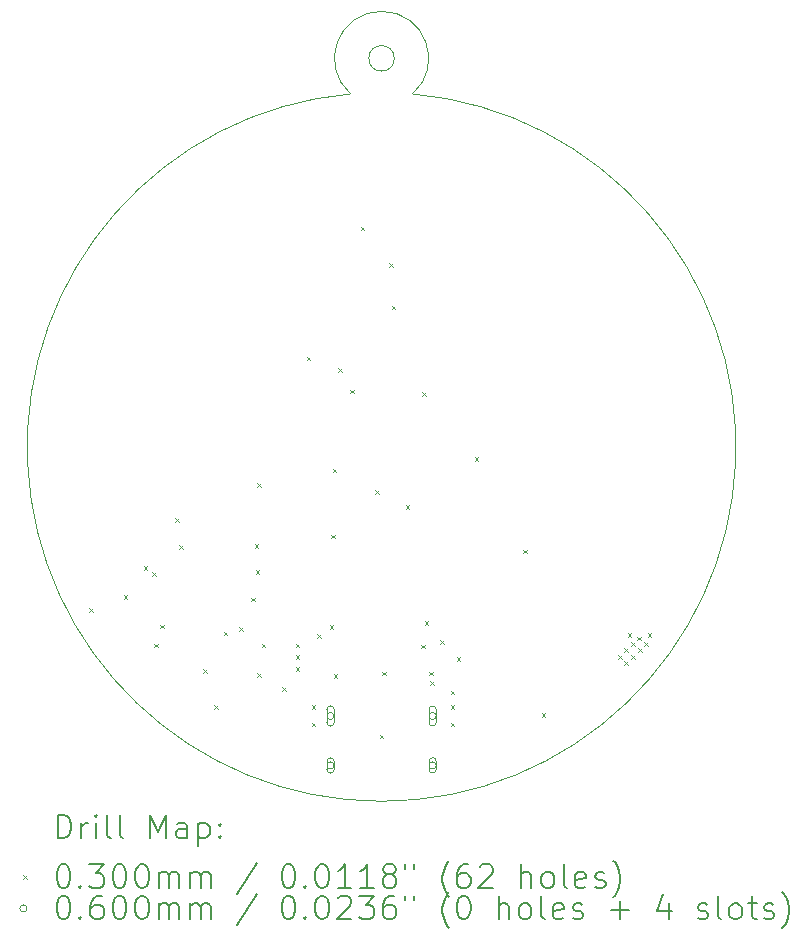
<source format=gbr>
%TF.GenerationSoftware,KiCad,Pcbnew,9.0.5*%
%TF.CreationDate,2025-11-30T01:12:24+01:00*%
%TF.ProjectId,xmasCrystalBall,786d6173-4372-4797-9374-616c42616c6c,rev?*%
%TF.SameCoordinates,Original*%
%TF.FileFunction,Drillmap*%
%TF.FilePolarity,Positive*%
%FSLAX45Y45*%
G04 Gerber Fmt 4.5, Leading zero omitted, Abs format (unit mm)*
G04 Created by KiCad (PCBNEW 9.0.5) date 2025-11-30 01:12:24*
%MOMM*%
%LPD*%
G01*
G04 APERTURE LIST*
%ADD10C,0.050000*%
%ADD11C,0.200000*%
%ADD12C,0.100000*%
G04 APERTURE END LIST*
D10*
X14646467Y-6581420D02*
G75*
G02*
X14123533Y-6581420I-261467J-2988581D01*
G01*
X14123533Y-6581420D02*
G75*
G02*
X14646467Y-6581420I261467J301420D01*
G01*
X14493166Y-6280000D02*
G75*
G02*
X14276833Y-6280000I-108167J0D01*
G01*
X14276833Y-6280000D02*
G75*
G02*
X14493166Y-6280000I108167J0D01*
G01*
D11*
D12*
X11910000Y-10935000D02*
X11940000Y-10965000D01*
X11940000Y-10935000D02*
X11910000Y-10965000D01*
X12200000Y-10825000D02*
X12230000Y-10855000D01*
X12230000Y-10825000D02*
X12200000Y-10855000D01*
X12370000Y-10580000D02*
X12400000Y-10610000D01*
X12400000Y-10580000D02*
X12370000Y-10610000D01*
X12445000Y-10630000D02*
X12475000Y-10660000D01*
X12475000Y-10630000D02*
X12445000Y-10660000D01*
X12460000Y-11235000D02*
X12490000Y-11265000D01*
X12490000Y-11235000D02*
X12460000Y-11265000D01*
X12510000Y-11075000D02*
X12540000Y-11105000D01*
X12540000Y-11075000D02*
X12510000Y-11105000D01*
X12640000Y-10175000D02*
X12670000Y-10205000D01*
X12670000Y-10175000D02*
X12640000Y-10205000D01*
X12670000Y-10400190D02*
X12700000Y-10430190D01*
X12700000Y-10400190D02*
X12670000Y-10430190D01*
X12875000Y-11450000D02*
X12905000Y-11480000D01*
X12905000Y-11450000D02*
X12875000Y-11480000D01*
X12970000Y-11755000D02*
X13000000Y-11785000D01*
X13000000Y-11755000D02*
X12970000Y-11785000D01*
X13050000Y-11135000D02*
X13080000Y-11165000D01*
X13080000Y-11135000D02*
X13050000Y-11165000D01*
X13180000Y-11095000D02*
X13210000Y-11125000D01*
X13210000Y-11095000D02*
X13180000Y-11125000D01*
X13280000Y-10845000D02*
X13310000Y-10875000D01*
X13310000Y-10845000D02*
X13280000Y-10875000D01*
X13310000Y-10395000D02*
X13340000Y-10425000D01*
X13340000Y-10395000D02*
X13310000Y-10425000D01*
X13320000Y-10613336D02*
X13350000Y-10643336D01*
X13350000Y-10613336D02*
X13320000Y-10643336D01*
X13330000Y-9875000D02*
X13360000Y-9905000D01*
X13360000Y-9875000D02*
X13330000Y-9905000D01*
X13330000Y-11485300D02*
X13360000Y-11515300D01*
X13360000Y-11485300D02*
X13330000Y-11515300D01*
X13370000Y-11235000D02*
X13400000Y-11265000D01*
X13400000Y-11235000D02*
X13370000Y-11265000D01*
X13545000Y-11605000D02*
X13575000Y-11635000D01*
X13575000Y-11605000D02*
X13545000Y-11635000D01*
X13660000Y-11235000D02*
X13690000Y-11265000D01*
X13690000Y-11235000D02*
X13660000Y-11265000D01*
X13660000Y-11335000D02*
X13690000Y-11365000D01*
X13690000Y-11335000D02*
X13660000Y-11365000D01*
X13660000Y-11435000D02*
X13690000Y-11465000D01*
X13690000Y-11435000D02*
X13660000Y-11465000D01*
X13750000Y-8805000D02*
X13780000Y-8835000D01*
X13780000Y-8805000D02*
X13750000Y-8835000D01*
X13795000Y-11755000D02*
X13825000Y-11785000D01*
X13825000Y-11755000D02*
X13795000Y-11785000D01*
X13795000Y-11905000D02*
X13825000Y-11935000D01*
X13825000Y-11905000D02*
X13795000Y-11935000D01*
X13840000Y-11155000D02*
X13870000Y-11185000D01*
X13870000Y-11155000D02*
X13840000Y-11185000D01*
X13945000Y-11080000D02*
X13975000Y-11110000D01*
X13975000Y-11080000D02*
X13945000Y-11110000D01*
X13960000Y-10315000D02*
X13990000Y-10345000D01*
X13990000Y-10315000D02*
X13960000Y-10345000D01*
X13969748Y-9755000D02*
X13999748Y-9785000D01*
X13999748Y-9755000D02*
X13969748Y-9785000D01*
X13980000Y-11495000D02*
X14010000Y-11525000D01*
X14010000Y-11495000D02*
X13980000Y-11525000D01*
X14020000Y-8905000D02*
X14050000Y-8935000D01*
X14050000Y-8905000D02*
X14020000Y-8935000D01*
X14119461Y-9085933D02*
X14149461Y-9115933D01*
X14149461Y-9085933D02*
X14119461Y-9115933D01*
X14210000Y-7705000D02*
X14240000Y-7735000D01*
X14240000Y-7705000D02*
X14210000Y-7735000D01*
X14330000Y-9935000D02*
X14360000Y-9965000D01*
X14360000Y-9935000D02*
X14330000Y-9965000D01*
X14370000Y-12005000D02*
X14400000Y-12035000D01*
X14400000Y-12005000D02*
X14370000Y-12035000D01*
X14390000Y-11475000D02*
X14420000Y-11505000D01*
X14420000Y-11475000D02*
X14390000Y-11505000D01*
X14450000Y-8015000D02*
X14480000Y-8045000D01*
X14480000Y-8015000D02*
X14450000Y-8045000D01*
X14470000Y-8375000D02*
X14500000Y-8405000D01*
X14500000Y-8375000D02*
X14470000Y-8405000D01*
X14587573Y-10062574D02*
X14617573Y-10092574D01*
X14617573Y-10062574D02*
X14587573Y-10092574D01*
X14719050Y-11244050D02*
X14749050Y-11274050D01*
X14749050Y-11244050D02*
X14719050Y-11274050D01*
X14730000Y-9105000D02*
X14760000Y-9135000D01*
X14760000Y-9105000D02*
X14730000Y-9135000D01*
X14750000Y-11045000D02*
X14780000Y-11075000D01*
X14780000Y-11045000D02*
X14750000Y-11075000D01*
X14790000Y-11475000D02*
X14820000Y-11505000D01*
X14820000Y-11475000D02*
X14790000Y-11505000D01*
X14795000Y-11555000D02*
X14825000Y-11585000D01*
X14825000Y-11555000D02*
X14795000Y-11585000D01*
X14880000Y-11205000D02*
X14910000Y-11235000D01*
X14910000Y-11205000D02*
X14880000Y-11235000D01*
X14970000Y-11635000D02*
X15000000Y-11665000D01*
X15000000Y-11635000D02*
X14970000Y-11665000D01*
X14970000Y-11755000D02*
X15000000Y-11785000D01*
X15000000Y-11755000D02*
X14970000Y-11785000D01*
X14970000Y-11905000D02*
X15000000Y-11935000D01*
X15000000Y-11905000D02*
X14970000Y-11935000D01*
X15020000Y-11350000D02*
X15050000Y-11380000D01*
X15050000Y-11350000D02*
X15020000Y-11380000D01*
X15172254Y-9657179D02*
X15202254Y-9687179D01*
X15202254Y-9657179D02*
X15172254Y-9687179D01*
X15585552Y-10441400D02*
X15615552Y-10471400D01*
X15615552Y-10441400D02*
X15585552Y-10471400D01*
X15740000Y-11825000D02*
X15770000Y-11855000D01*
X15770000Y-11825000D02*
X15740000Y-11855000D01*
X16390000Y-11335000D02*
X16420000Y-11365000D01*
X16420000Y-11335000D02*
X16390000Y-11365000D01*
X16440000Y-11275000D02*
X16470000Y-11305000D01*
X16470000Y-11275000D02*
X16440000Y-11305000D01*
X16440000Y-11385000D02*
X16470000Y-11415000D01*
X16470000Y-11385000D02*
X16440000Y-11415000D01*
X16470000Y-11145000D02*
X16500000Y-11175000D01*
X16500000Y-11145000D02*
X16470000Y-11175000D01*
X16500000Y-11225000D02*
X16530000Y-11255000D01*
X16530000Y-11225000D02*
X16500000Y-11255000D01*
X16500000Y-11335000D02*
X16530000Y-11365000D01*
X16530000Y-11335000D02*
X16500000Y-11365000D01*
X16550000Y-11175000D02*
X16580000Y-11205000D01*
X16580000Y-11175000D02*
X16550000Y-11205000D01*
X16560000Y-11275000D02*
X16590000Y-11305000D01*
X16590000Y-11275000D02*
X16560000Y-11305000D01*
X16610000Y-11225000D02*
X16640000Y-11255000D01*
X16640000Y-11225000D02*
X16610000Y-11255000D01*
X16640000Y-11145000D02*
X16670000Y-11175000D01*
X16670000Y-11145000D02*
X16640000Y-11175000D01*
X13982500Y-11848000D02*
G75*
G02*
X13922500Y-11848000I-30000J0D01*
G01*
X13922500Y-11848000D02*
G75*
G02*
X13982500Y-11848000I30000J0D01*
G01*
X13982500Y-11903000D02*
X13982500Y-11793000D01*
X13922500Y-11793000D02*
G75*
G02*
X13982500Y-11793000I30000J0D01*
G01*
X13922500Y-11793000D02*
X13922500Y-11903000D01*
X13922500Y-11903000D02*
G75*
G03*
X13982500Y-11903000I30000J0D01*
G01*
X13982500Y-12266000D02*
G75*
G02*
X13922500Y-12266000I-30000J0D01*
G01*
X13922500Y-12266000D02*
G75*
G02*
X13982500Y-12266000I30000J0D01*
G01*
X13982500Y-12301000D02*
X13982500Y-12231000D01*
X13922500Y-12231000D02*
G75*
G02*
X13982500Y-12231000I30000J0D01*
G01*
X13922500Y-12231000D02*
X13922500Y-12301000D01*
X13922500Y-12301000D02*
G75*
G03*
X13982500Y-12301000I30000J0D01*
G01*
X14847500Y-11848000D02*
G75*
G02*
X14787500Y-11848000I-30000J0D01*
G01*
X14787500Y-11848000D02*
G75*
G02*
X14847500Y-11848000I30000J0D01*
G01*
X14847500Y-11903000D02*
X14847500Y-11793000D01*
X14787500Y-11793000D02*
G75*
G02*
X14847500Y-11793000I30000J0D01*
G01*
X14787500Y-11793000D02*
X14787500Y-11903000D01*
X14787500Y-11903000D02*
G75*
G03*
X14847500Y-11903000I30000J0D01*
G01*
X14847500Y-12266000D02*
G75*
G02*
X14787500Y-12266000I-30000J0D01*
G01*
X14787500Y-12266000D02*
G75*
G02*
X14847500Y-12266000I30000J0D01*
G01*
X14847500Y-12301000D02*
X14847500Y-12231000D01*
X14787500Y-12231000D02*
G75*
G02*
X14847500Y-12231000I30000J0D01*
G01*
X14787500Y-12231000D02*
X14787500Y-12301000D01*
X14787500Y-12301000D02*
G75*
G03*
X14847500Y-12301000I30000J0D01*
G01*
D11*
X11643279Y-12883982D02*
X11643279Y-12683982D01*
X11643279Y-12683982D02*
X11690898Y-12683982D01*
X11690898Y-12683982D02*
X11719470Y-12693506D01*
X11719470Y-12693506D02*
X11738518Y-12712554D01*
X11738518Y-12712554D02*
X11748041Y-12731601D01*
X11748041Y-12731601D02*
X11757565Y-12769697D01*
X11757565Y-12769697D02*
X11757565Y-12798268D01*
X11757565Y-12798268D02*
X11748041Y-12836363D01*
X11748041Y-12836363D02*
X11738518Y-12855411D01*
X11738518Y-12855411D02*
X11719470Y-12874459D01*
X11719470Y-12874459D02*
X11690898Y-12883982D01*
X11690898Y-12883982D02*
X11643279Y-12883982D01*
X11843279Y-12883982D02*
X11843279Y-12750649D01*
X11843279Y-12788744D02*
X11852803Y-12769697D01*
X11852803Y-12769697D02*
X11862327Y-12760173D01*
X11862327Y-12760173D02*
X11881375Y-12750649D01*
X11881375Y-12750649D02*
X11900422Y-12750649D01*
X11967089Y-12883982D02*
X11967089Y-12750649D01*
X11967089Y-12683982D02*
X11957565Y-12693506D01*
X11957565Y-12693506D02*
X11967089Y-12703030D01*
X11967089Y-12703030D02*
X11976613Y-12693506D01*
X11976613Y-12693506D02*
X11967089Y-12683982D01*
X11967089Y-12683982D02*
X11967089Y-12703030D01*
X12090898Y-12883982D02*
X12071851Y-12874459D01*
X12071851Y-12874459D02*
X12062327Y-12855411D01*
X12062327Y-12855411D02*
X12062327Y-12683982D01*
X12195660Y-12883982D02*
X12176613Y-12874459D01*
X12176613Y-12874459D02*
X12167089Y-12855411D01*
X12167089Y-12855411D02*
X12167089Y-12683982D01*
X12424232Y-12883982D02*
X12424232Y-12683982D01*
X12424232Y-12683982D02*
X12490899Y-12826840D01*
X12490899Y-12826840D02*
X12557565Y-12683982D01*
X12557565Y-12683982D02*
X12557565Y-12883982D01*
X12738518Y-12883982D02*
X12738518Y-12779221D01*
X12738518Y-12779221D02*
X12728994Y-12760173D01*
X12728994Y-12760173D02*
X12709946Y-12750649D01*
X12709946Y-12750649D02*
X12671851Y-12750649D01*
X12671851Y-12750649D02*
X12652803Y-12760173D01*
X12738518Y-12874459D02*
X12719470Y-12883982D01*
X12719470Y-12883982D02*
X12671851Y-12883982D01*
X12671851Y-12883982D02*
X12652803Y-12874459D01*
X12652803Y-12874459D02*
X12643279Y-12855411D01*
X12643279Y-12855411D02*
X12643279Y-12836363D01*
X12643279Y-12836363D02*
X12652803Y-12817316D01*
X12652803Y-12817316D02*
X12671851Y-12807792D01*
X12671851Y-12807792D02*
X12719470Y-12807792D01*
X12719470Y-12807792D02*
X12738518Y-12798268D01*
X12833756Y-12750649D02*
X12833756Y-12950649D01*
X12833756Y-12760173D02*
X12852803Y-12750649D01*
X12852803Y-12750649D02*
X12890899Y-12750649D01*
X12890899Y-12750649D02*
X12909946Y-12760173D01*
X12909946Y-12760173D02*
X12919470Y-12769697D01*
X12919470Y-12769697D02*
X12928994Y-12788744D01*
X12928994Y-12788744D02*
X12928994Y-12845887D01*
X12928994Y-12845887D02*
X12919470Y-12864935D01*
X12919470Y-12864935D02*
X12909946Y-12874459D01*
X12909946Y-12874459D02*
X12890899Y-12883982D01*
X12890899Y-12883982D02*
X12852803Y-12883982D01*
X12852803Y-12883982D02*
X12833756Y-12874459D01*
X13014708Y-12864935D02*
X13024232Y-12874459D01*
X13024232Y-12874459D02*
X13014708Y-12883982D01*
X13014708Y-12883982D02*
X13005184Y-12874459D01*
X13005184Y-12874459D02*
X13014708Y-12864935D01*
X13014708Y-12864935D02*
X13014708Y-12883982D01*
X13014708Y-12760173D02*
X13024232Y-12769697D01*
X13024232Y-12769697D02*
X13014708Y-12779221D01*
X13014708Y-12779221D02*
X13005184Y-12769697D01*
X13005184Y-12769697D02*
X13014708Y-12760173D01*
X13014708Y-12760173D02*
X13014708Y-12779221D01*
D12*
X11352503Y-13197499D02*
X11382503Y-13227499D01*
X11382503Y-13197499D02*
X11352503Y-13227499D01*
D11*
X11681375Y-13103982D02*
X11700422Y-13103982D01*
X11700422Y-13103982D02*
X11719470Y-13113506D01*
X11719470Y-13113506D02*
X11728994Y-13123030D01*
X11728994Y-13123030D02*
X11738518Y-13142078D01*
X11738518Y-13142078D02*
X11748041Y-13180173D01*
X11748041Y-13180173D02*
X11748041Y-13227792D01*
X11748041Y-13227792D02*
X11738518Y-13265887D01*
X11738518Y-13265887D02*
X11728994Y-13284935D01*
X11728994Y-13284935D02*
X11719470Y-13294459D01*
X11719470Y-13294459D02*
X11700422Y-13303982D01*
X11700422Y-13303982D02*
X11681375Y-13303982D01*
X11681375Y-13303982D02*
X11662327Y-13294459D01*
X11662327Y-13294459D02*
X11652803Y-13284935D01*
X11652803Y-13284935D02*
X11643279Y-13265887D01*
X11643279Y-13265887D02*
X11633756Y-13227792D01*
X11633756Y-13227792D02*
X11633756Y-13180173D01*
X11633756Y-13180173D02*
X11643279Y-13142078D01*
X11643279Y-13142078D02*
X11652803Y-13123030D01*
X11652803Y-13123030D02*
X11662327Y-13113506D01*
X11662327Y-13113506D02*
X11681375Y-13103982D01*
X11833756Y-13284935D02*
X11843279Y-13294459D01*
X11843279Y-13294459D02*
X11833756Y-13303982D01*
X11833756Y-13303982D02*
X11824232Y-13294459D01*
X11824232Y-13294459D02*
X11833756Y-13284935D01*
X11833756Y-13284935D02*
X11833756Y-13303982D01*
X11909946Y-13103982D02*
X12033756Y-13103982D01*
X12033756Y-13103982D02*
X11967089Y-13180173D01*
X11967089Y-13180173D02*
X11995660Y-13180173D01*
X11995660Y-13180173D02*
X12014708Y-13189697D01*
X12014708Y-13189697D02*
X12024232Y-13199221D01*
X12024232Y-13199221D02*
X12033756Y-13218268D01*
X12033756Y-13218268D02*
X12033756Y-13265887D01*
X12033756Y-13265887D02*
X12024232Y-13284935D01*
X12024232Y-13284935D02*
X12014708Y-13294459D01*
X12014708Y-13294459D02*
X11995660Y-13303982D01*
X11995660Y-13303982D02*
X11938518Y-13303982D01*
X11938518Y-13303982D02*
X11919470Y-13294459D01*
X11919470Y-13294459D02*
X11909946Y-13284935D01*
X12157565Y-13103982D02*
X12176613Y-13103982D01*
X12176613Y-13103982D02*
X12195660Y-13113506D01*
X12195660Y-13113506D02*
X12205184Y-13123030D01*
X12205184Y-13123030D02*
X12214708Y-13142078D01*
X12214708Y-13142078D02*
X12224232Y-13180173D01*
X12224232Y-13180173D02*
X12224232Y-13227792D01*
X12224232Y-13227792D02*
X12214708Y-13265887D01*
X12214708Y-13265887D02*
X12205184Y-13284935D01*
X12205184Y-13284935D02*
X12195660Y-13294459D01*
X12195660Y-13294459D02*
X12176613Y-13303982D01*
X12176613Y-13303982D02*
X12157565Y-13303982D01*
X12157565Y-13303982D02*
X12138518Y-13294459D01*
X12138518Y-13294459D02*
X12128994Y-13284935D01*
X12128994Y-13284935D02*
X12119470Y-13265887D01*
X12119470Y-13265887D02*
X12109946Y-13227792D01*
X12109946Y-13227792D02*
X12109946Y-13180173D01*
X12109946Y-13180173D02*
X12119470Y-13142078D01*
X12119470Y-13142078D02*
X12128994Y-13123030D01*
X12128994Y-13123030D02*
X12138518Y-13113506D01*
X12138518Y-13113506D02*
X12157565Y-13103982D01*
X12348041Y-13103982D02*
X12367089Y-13103982D01*
X12367089Y-13103982D02*
X12386137Y-13113506D01*
X12386137Y-13113506D02*
X12395660Y-13123030D01*
X12395660Y-13123030D02*
X12405184Y-13142078D01*
X12405184Y-13142078D02*
X12414708Y-13180173D01*
X12414708Y-13180173D02*
X12414708Y-13227792D01*
X12414708Y-13227792D02*
X12405184Y-13265887D01*
X12405184Y-13265887D02*
X12395660Y-13284935D01*
X12395660Y-13284935D02*
X12386137Y-13294459D01*
X12386137Y-13294459D02*
X12367089Y-13303982D01*
X12367089Y-13303982D02*
X12348041Y-13303982D01*
X12348041Y-13303982D02*
X12328994Y-13294459D01*
X12328994Y-13294459D02*
X12319470Y-13284935D01*
X12319470Y-13284935D02*
X12309946Y-13265887D01*
X12309946Y-13265887D02*
X12300422Y-13227792D01*
X12300422Y-13227792D02*
X12300422Y-13180173D01*
X12300422Y-13180173D02*
X12309946Y-13142078D01*
X12309946Y-13142078D02*
X12319470Y-13123030D01*
X12319470Y-13123030D02*
X12328994Y-13113506D01*
X12328994Y-13113506D02*
X12348041Y-13103982D01*
X12500422Y-13303982D02*
X12500422Y-13170649D01*
X12500422Y-13189697D02*
X12509946Y-13180173D01*
X12509946Y-13180173D02*
X12528994Y-13170649D01*
X12528994Y-13170649D02*
X12557565Y-13170649D01*
X12557565Y-13170649D02*
X12576613Y-13180173D01*
X12576613Y-13180173D02*
X12586137Y-13199221D01*
X12586137Y-13199221D02*
X12586137Y-13303982D01*
X12586137Y-13199221D02*
X12595660Y-13180173D01*
X12595660Y-13180173D02*
X12614708Y-13170649D01*
X12614708Y-13170649D02*
X12643279Y-13170649D01*
X12643279Y-13170649D02*
X12662327Y-13180173D01*
X12662327Y-13180173D02*
X12671851Y-13199221D01*
X12671851Y-13199221D02*
X12671851Y-13303982D01*
X12767089Y-13303982D02*
X12767089Y-13170649D01*
X12767089Y-13189697D02*
X12776613Y-13180173D01*
X12776613Y-13180173D02*
X12795660Y-13170649D01*
X12795660Y-13170649D02*
X12824232Y-13170649D01*
X12824232Y-13170649D02*
X12843280Y-13180173D01*
X12843280Y-13180173D02*
X12852803Y-13199221D01*
X12852803Y-13199221D02*
X12852803Y-13303982D01*
X12852803Y-13199221D02*
X12862327Y-13180173D01*
X12862327Y-13180173D02*
X12881375Y-13170649D01*
X12881375Y-13170649D02*
X12909946Y-13170649D01*
X12909946Y-13170649D02*
X12928994Y-13180173D01*
X12928994Y-13180173D02*
X12938518Y-13199221D01*
X12938518Y-13199221D02*
X12938518Y-13303982D01*
X13328994Y-13094459D02*
X13157565Y-13351601D01*
X13586137Y-13103982D02*
X13605184Y-13103982D01*
X13605184Y-13103982D02*
X13624232Y-13113506D01*
X13624232Y-13113506D02*
X13633756Y-13123030D01*
X13633756Y-13123030D02*
X13643280Y-13142078D01*
X13643280Y-13142078D02*
X13652803Y-13180173D01*
X13652803Y-13180173D02*
X13652803Y-13227792D01*
X13652803Y-13227792D02*
X13643280Y-13265887D01*
X13643280Y-13265887D02*
X13633756Y-13284935D01*
X13633756Y-13284935D02*
X13624232Y-13294459D01*
X13624232Y-13294459D02*
X13605184Y-13303982D01*
X13605184Y-13303982D02*
X13586137Y-13303982D01*
X13586137Y-13303982D02*
X13567089Y-13294459D01*
X13567089Y-13294459D02*
X13557565Y-13284935D01*
X13557565Y-13284935D02*
X13548042Y-13265887D01*
X13548042Y-13265887D02*
X13538518Y-13227792D01*
X13538518Y-13227792D02*
X13538518Y-13180173D01*
X13538518Y-13180173D02*
X13548042Y-13142078D01*
X13548042Y-13142078D02*
X13557565Y-13123030D01*
X13557565Y-13123030D02*
X13567089Y-13113506D01*
X13567089Y-13113506D02*
X13586137Y-13103982D01*
X13738518Y-13284935D02*
X13748042Y-13294459D01*
X13748042Y-13294459D02*
X13738518Y-13303982D01*
X13738518Y-13303982D02*
X13728994Y-13294459D01*
X13728994Y-13294459D02*
X13738518Y-13284935D01*
X13738518Y-13284935D02*
X13738518Y-13303982D01*
X13871851Y-13103982D02*
X13890899Y-13103982D01*
X13890899Y-13103982D02*
X13909946Y-13113506D01*
X13909946Y-13113506D02*
X13919470Y-13123030D01*
X13919470Y-13123030D02*
X13928994Y-13142078D01*
X13928994Y-13142078D02*
X13938518Y-13180173D01*
X13938518Y-13180173D02*
X13938518Y-13227792D01*
X13938518Y-13227792D02*
X13928994Y-13265887D01*
X13928994Y-13265887D02*
X13919470Y-13284935D01*
X13919470Y-13284935D02*
X13909946Y-13294459D01*
X13909946Y-13294459D02*
X13890899Y-13303982D01*
X13890899Y-13303982D02*
X13871851Y-13303982D01*
X13871851Y-13303982D02*
X13852803Y-13294459D01*
X13852803Y-13294459D02*
X13843280Y-13284935D01*
X13843280Y-13284935D02*
X13833756Y-13265887D01*
X13833756Y-13265887D02*
X13824232Y-13227792D01*
X13824232Y-13227792D02*
X13824232Y-13180173D01*
X13824232Y-13180173D02*
X13833756Y-13142078D01*
X13833756Y-13142078D02*
X13843280Y-13123030D01*
X13843280Y-13123030D02*
X13852803Y-13113506D01*
X13852803Y-13113506D02*
X13871851Y-13103982D01*
X14128994Y-13303982D02*
X14014708Y-13303982D01*
X14071851Y-13303982D02*
X14071851Y-13103982D01*
X14071851Y-13103982D02*
X14052803Y-13132554D01*
X14052803Y-13132554D02*
X14033756Y-13151601D01*
X14033756Y-13151601D02*
X14014708Y-13161125D01*
X14319470Y-13303982D02*
X14205184Y-13303982D01*
X14262327Y-13303982D02*
X14262327Y-13103982D01*
X14262327Y-13103982D02*
X14243280Y-13132554D01*
X14243280Y-13132554D02*
X14224232Y-13151601D01*
X14224232Y-13151601D02*
X14205184Y-13161125D01*
X14433756Y-13189697D02*
X14414708Y-13180173D01*
X14414708Y-13180173D02*
X14405184Y-13170649D01*
X14405184Y-13170649D02*
X14395661Y-13151601D01*
X14395661Y-13151601D02*
X14395661Y-13142078D01*
X14395661Y-13142078D02*
X14405184Y-13123030D01*
X14405184Y-13123030D02*
X14414708Y-13113506D01*
X14414708Y-13113506D02*
X14433756Y-13103982D01*
X14433756Y-13103982D02*
X14471851Y-13103982D01*
X14471851Y-13103982D02*
X14490899Y-13113506D01*
X14490899Y-13113506D02*
X14500423Y-13123030D01*
X14500423Y-13123030D02*
X14509946Y-13142078D01*
X14509946Y-13142078D02*
X14509946Y-13151601D01*
X14509946Y-13151601D02*
X14500423Y-13170649D01*
X14500423Y-13170649D02*
X14490899Y-13180173D01*
X14490899Y-13180173D02*
X14471851Y-13189697D01*
X14471851Y-13189697D02*
X14433756Y-13189697D01*
X14433756Y-13189697D02*
X14414708Y-13199221D01*
X14414708Y-13199221D02*
X14405184Y-13208744D01*
X14405184Y-13208744D02*
X14395661Y-13227792D01*
X14395661Y-13227792D02*
X14395661Y-13265887D01*
X14395661Y-13265887D02*
X14405184Y-13284935D01*
X14405184Y-13284935D02*
X14414708Y-13294459D01*
X14414708Y-13294459D02*
X14433756Y-13303982D01*
X14433756Y-13303982D02*
X14471851Y-13303982D01*
X14471851Y-13303982D02*
X14490899Y-13294459D01*
X14490899Y-13294459D02*
X14500423Y-13284935D01*
X14500423Y-13284935D02*
X14509946Y-13265887D01*
X14509946Y-13265887D02*
X14509946Y-13227792D01*
X14509946Y-13227792D02*
X14500423Y-13208744D01*
X14500423Y-13208744D02*
X14490899Y-13199221D01*
X14490899Y-13199221D02*
X14471851Y-13189697D01*
X14586137Y-13103982D02*
X14586137Y-13142078D01*
X14662327Y-13103982D02*
X14662327Y-13142078D01*
X14957566Y-13380173D02*
X14948042Y-13370649D01*
X14948042Y-13370649D02*
X14928994Y-13342078D01*
X14928994Y-13342078D02*
X14919470Y-13323030D01*
X14919470Y-13323030D02*
X14909946Y-13294459D01*
X14909946Y-13294459D02*
X14900423Y-13246840D01*
X14900423Y-13246840D02*
X14900423Y-13208744D01*
X14900423Y-13208744D02*
X14909946Y-13161125D01*
X14909946Y-13161125D02*
X14919470Y-13132554D01*
X14919470Y-13132554D02*
X14928994Y-13113506D01*
X14928994Y-13113506D02*
X14948042Y-13084935D01*
X14948042Y-13084935D02*
X14957566Y-13075411D01*
X15119470Y-13103982D02*
X15081375Y-13103982D01*
X15081375Y-13103982D02*
X15062327Y-13113506D01*
X15062327Y-13113506D02*
X15052804Y-13123030D01*
X15052804Y-13123030D02*
X15033756Y-13151601D01*
X15033756Y-13151601D02*
X15024232Y-13189697D01*
X15024232Y-13189697D02*
X15024232Y-13265887D01*
X15024232Y-13265887D02*
X15033756Y-13284935D01*
X15033756Y-13284935D02*
X15043280Y-13294459D01*
X15043280Y-13294459D02*
X15062327Y-13303982D01*
X15062327Y-13303982D02*
X15100423Y-13303982D01*
X15100423Y-13303982D02*
X15119470Y-13294459D01*
X15119470Y-13294459D02*
X15128994Y-13284935D01*
X15128994Y-13284935D02*
X15138518Y-13265887D01*
X15138518Y-13265887D02*
X15138518Y-13218268D01*
X15138518Y-13218268D02*
X15128994Y-13199221D01*
X15128994Y-13199221D02*
X15119470Y-13189697D01*
X15119470Y-13189697D02*
X15100423Y-13180173D01*
X15100423Y-13180173D02*
X15062327Y-13180173D01*
X15062327Y-13180173D02*
X15043280Y-13189697D01*
X15043280Y-13189697D02*
X15033756Y-13199221D01*
X15033756Y-13199221D02*
X15024232Y-13218268D01*
X15214708Y-13123030D02*
X15224232Y-13113506D01*
X15224232Y-13113506D02*
X15243280Y-13103982D01*
X15243280Y-13103982D02*
X15290899Y-13103982D01*
X15290899Y-13103982D02*
X15309946Y-13113506D01*
X15309946Y-13113506D02*
X15319470Y-13123030D01*
X15319470Y-13123030D02*
X15328994Y-13142078D01*
X15328994Y-13142078D02*
X15328994Y-13161125D01*
X15328994Y-13161125D02*
X15319470Y-13189697D01*
X15319470Y-13189697D02*
X15205185Y-13303982D01*
X15205185Y-13303982D02*
X15328994Y-13303982D01*
X15567089Y-13303982D02*
X15567089Y-13103982D01*
X15652804Y-13303982D02*
X15652804Y-13199221D01*
X15652804Y-13199221D02*
X15643280Y-13180173D01*
X15643280Y-13180173D02*
X15624232Y-13170649D01*
X15624232Y-13170649D02*
X15595661Y-13170649D01*
X15595661Y-13170649D02*
X15576613Y-13180173D01*
X15576613Y-13180173D02*
X15567089Y-13189697D01*
X15776613Y-13303982D02*
X15757566Y-13294459D01*
X15757566Y-13294459D02*
X15748042Y-13284935D01*
X15748042Y-13284935D02*
X15738518Y-13265887D01*
X15738518Y-13265887D02*
X15738518Y-13208744D01*
X15738518Y-13208744D02*
X15748042Y-13189697D01*
X15748042Y-13189697D02*
X15757566Y-13180173D01*
X15757566Y-13180173D02*
X15776613Y-13170649D01*
X15776613Y-13170649D02*
X15805185Y-13170649D01*
X15805185Y-13170649D02*
X15824232Y-13180173D01*
X15824232Y-13180173D02*
X15833756Y-13189697D01*
X15833756Y-13189697D02*
X15843280Y-13208744D01*
X15843280Y-13208744D02*
X15843280Y-13265887D01*
X15843280Y-13265887D02*
X15833756Y-13284935D01*
X15833756Y-13284935D02*
X15824232Y-13294459D01*
X15824232Y-13294459D02*
X15805185Y-13303982D01*
X15805185Y-13303982D02*
X15776613Y-13303982D01*
X15957566Y-13303982D02*
X15938518Y-13294459D01*
X15938518Y-13294459D02*
X15928994Y-13275411D01*
X15928994Y-13275411D02*
X15928994Y-13103982D01*
X16109947Y-13294459D02*
X16090899Y-13303982D01*
X16090899Y-13303982D02*
X16052804Y-13303982D01*
X16052804Y-13303982D02*
X16033756Y-13294459D01*
X16033756Y-13294459D02*
X16024232Y-13275411D01*
X16024232Y-13275411D02*
X16024232Y-13199221D01*
X16024232Y-13199221D02*
X16033756Y-13180173D01*
X16033756Y-13180173D02*
X16052804Y-13170649D01*
X16052804Y-13170649D02*
X16090899Y-13170649D01*
X16090899Y-13170649D02*
X16109947Y-13180173D01*
X16109947Y-13180173D02*
X16119470Y-13199221D01*
X16119470Y-13199221D02*
X16119470Y-13218268D01*
X16119470Y-13218268D02*
X16024232Y-13237316D01*
X16195661Y-13294459D02*
X16214708Y-13303982D01*
X16214708Y-13303982D02*
X16252804Y-13303982D01*
X16252804Y-13303982D02*
X16271851Y-13294459D01*
X16271851Y-13294459D02*
X16281375Y-13275411D01*
X16281375Y-13275411D02*
X16281375Y-13265887D01*
X16281375Y-13265887D02*
X16271851Y-13246840D01*
X16271851Y-13246840D02*
X16252804Y-13237316D01*
X16252804Y-13237316D02*
X16224232Y-13237316D01*
X16224232Y-13237316D02*
X16205185Y-13227792D01*
X16205185Y-13227792D02*
X16195661Y-13208744D01*
X16195661Y-13208744D02*
X16195661Y-13199221D01*
X16195661Y-13199221D02*
X16205185Y-13180173D01*
X16205185Y-13180173D02*
X16224232Y-13170649D01*
X16224232Y-13170649D02*
X16252804Y-13170649D01*
X16252804Y-13170649D02*
X16271851Y-13180173D01*
X16348042Y-13380173D02*
X16357566Y-13370649D01*
X16357566Y-13370649D02*
X16376613Y-13342078D01*
X16376613Y-13342078D02*
X16386137Y-13323030D01*
X16386137Y-13323030D02*
X16395661Y-13294459D01*
X16395661Y-13294459D02*
X16405185Y-13246840D01*
X16405185Y-13246840D02*
X16405185Y-13208744D01*
X16405185Y-13208744D02*
X16395661Y-13161125D01*
X16395661Y-13161125D02*
X16386137Y-13132554D01*
X16386137Y-13132554D02*
X16376613Y-13113506D01*
X16376613Y-13113506D02*
X16357566Y-13084935D01*
X16357566Y-13084935D02*
X16348042Y-13075411D01*
D12*
X11382503Y-13476499D02*
G75*
G02*
X11322503Y-13476499I-30000J0D01*
G01*
X11322503Y-13476499D02*
G75*
G02*
X11382503Y-13476499I30000J0D01*
G01*
D11*
X11681375Y-13367982D02*
X11700422Y-13367982D01*
X11700422Y-13367982D02*
X11719470Y-13377506D01*
X11719470Y-13377506D02*
X11728994Y-13387030D01*
X11728994Y-13387030D02*
X11738518Y-13406078D01*
X11738518Y-13406078D02*
X11748041Y-13444173D01*
X11748041Y-13444173D02*
X11748041Y-13491792D01*
X11748041Y-13491792D02*
X11738518Y-13529887D01*
X11738518Y-13529887D02*
X11728994Y-13548935D01*
X11728994Y-13548935D02*
X11719470Y-13558459D01*
X11719470Y-13558459D02*
X11700422Y-13567982D01*
X11700422Y-13567982D02*
X11681375Y-13567982D01*
X11681375Y-13567982D02*
X11662327Y-13558459D01*
X11662327Y-13558459D02*
X11652803Y-13548935D01*
X11652803Y-13548935D02*
X11643279Y-13529887D01*
X11643279Y-13529887D02*
X11633756Y-13491792D01*
X11633756Y-13491792D02*
X11633756Y-13444173D01*
X11633756Y-13444173D02*
X11643279Y-13406078D01*
X11643279Y-13406078D02*
X11652803Y-13387030D01*
X11652803Y-13387030D02*
X11662327Y-13377506D01*
X11662327Y-13377506D02*
X11681375Y-13367982D01*
X11833756Y-13548935D02*
X11843279Y-13558459D01*
X11843279Y-13558459D02*
X11833756Y-13567982D01*
X11833756Y-13567982D02*
X11824232Y-13558459D01*
X11824232Y-13558459D02*
X11833756Y-13548935D01*
X11833756Y-13548935D02*
X11833756Y-13567982D01*
X12014708Y-13367982D02*
X11976613Y-13367982D01*
X11976613Y-13367982D02*
X11957565Y-13377506D01*
X11957565Y-13377506D02*
X11948041Y-13387030D01*
X11948041Y-13387030D02*
X11928994Y-13415601D01*
X11928994Y-13415601D02*
X11919470Y-13453697D01*
X11919470Y-13453697D02*
X11919470Y-13529887D01*
X11919470Y-13529887D02*
X11928994Y-13548935D01*
X11928994Y-13548935D02*
X11938518Y-13558459D01*
X11938518Y-13558459D02*
X11957565Y-13567982D01*
X11957565Y-13567982D02*
X11995660Y-13567982D01*
X11995660Y-13567982D02*
X12014708Y-13558459D01*
X12014708Y-13558459D02*
X12024232Y-13548935D01*
X12024232Y-13548935D02*
X12033756Y-13529887D01*
X12033756Y-13529887D02*
X12033756Y-13482268D01*
X12033756Y-13482268D02*
X12024232Y-13463221D01*
X12024232Y-13463221D02*
X12014708Y-13453697D01*
X12014708Y-13453697D02*
X11995660Y-13444173D01*
X11995660Y-13444173D02*
X11957565Y-13444173D01*
X11957565Y-13444173D02*
X11938518Y-13453697D01*
X11938518Y-13453697D02*
X11928994Y-13463221D01*
X11928994Y-13463221D02*
X11919470Y-13482268D01*
X12157565Y-13367982D02*
X12176613Y-13367982D01*
X12176613Y-13367982D02*
X12195660Y-13377506D01*
X12195660Y-13377506D02*
X12205184Y-13387030D01*
X12205184Y-13387030D02*
X12214708Y-13406078D01*
X12214708Y-13406078D02*
X12224232Y-13444173D01*
X12224232Y-13444173D02*
X12224232Y-13491792D01*
X12224232Y-13491792D02*
X12214708Y-13529887D01*
X12214708Y-13529887D02*
X12205184Y-13548935D01*
X12205184Y-13548935D02*
X12195660Y-13558459D01*
X12195660Y-13558459D02*
X12176613Y-13567982D01*
X12176613Y-13567982D02*
X12157565Y-13567982D01*
X12157565Y-13567982D02*
X12138518Y-13558459D01*
X12138518Y-13558459D02*
X12128994Y-13548935D01*
X12128994Y-13548935D02*
X12119470Y-13529887D01*
X12119470Y-13529887D02*
X12109946Y-13491792D01*
X12109946Y-13491792D02*
X12109946Y-13444173D01*
X12109946Y-13444173D02*
X12119470Y-13406078D01*
X12119470Y-13406078D02*
X12128994Y-13387030D01*
X12128994Y-13387030D02*
X12138518Y-13377506D01*
X12138518Y-13377506D02*
X12157565Y-13367982D01*
X12348041Y-13367982D02*
X12367089Y-13367982D01*
X12367089Y-13367982D02*
X12386137Y-13377506D01*
X12386137Y-13377506D02*
X12395660Y-13387030D01*
X12395660Y-13387030D02*
X12405184Y-13406078D01*
X12405184Y-13406078D02*
X12414708Y-13444173D01*
X12414708Y-13444173D02*
X12414708Y-13491792D01*
X12414708Y-13491792D02*
X12405184Y-13529887D01*
X12405184Y-13529887D02*
X12395660Y-13548935D01*
X12395660Y-13548935D02*
X12386137Y-13558459D01*
X12386137Y-13558459D02*
X12367089Y-13567982D01*
X12367089Y-13567982D02*
X12348041Y-13567982D01*
X12348041Y-13567982D02*
X12328994Y-13558459D01*
X12328994Y-13558459D02*
X12319470Y-13548935D01*
X12319470Y-13548935D02*
X12309946Y-13529887D01*
X12309946Y-13529887D02*
X12300422Y-13491792D01*
X12300422Y-13491792D02*
X12300422Y-13444173D01*
X12300422Y-13444173D02*
X12309946Y-13406078D01*
X12309946Y-13406078D02*
X12319470Y-13387030D01*
X12319470Y-13387030D02*
X12328994Y-13377506D01*
X12328994Y-13377506D02*
X12348041Y-13367982D01*
X12500422Y-13567982D02*
X12500422Y-13434649D01*
X12500422Y-13453697D02*
X12509946Y-13444173D01*
X12509946Y-13444173D02*
X12528994Y-13434649D01*
X12528994Y-13434649D02*
X12557565Y-13434649D01*
X12557565Y-13434649D02*
X12576613Y-13444173D01*
X12576613Y-13444173D02*
X12586137Y-13463221D01*
X12586137Y-13463221D02*
X12586137Y-13567982D01*
X12586137Y-13463221D02*
X12595660Y-13444173D01*
X12595660Y-13444173D02*
X12614708Y-13434649D01*
X12614708Y-13434649D02*
X12643279Y-13434649D01*
X12643279Y-13434649D02*
X12662327Y-13444173D01*
X12662327Y-13444173D02*
X12671851Y-13463221D01*
X12671851Y-13463221D02*
X12671851Y-13567982D01*
X12767089Y-13567982D02*
X12767089Y-13434649D01*
X12767089Y-13453697D02*
X12776613Y-13444173D01*
X12776613Y-13444173D02*
X12795660Y-13434649D01*
X12795660Y-13434649D02*
X12824232Y-13434649D01*
X12824232Y-13434649D02*
X12843280Y-13444173D01*
X12843280Y-13444173D02*
X12852803Y-13463221D01*
X12852803Y-13463221D02*
X12852803Y-13567982D01*
X12852803Y-13463221D02*
X12862327Y-13444173D01*
X12862327Y-13444173D02*
X12881375Y-13434649D01*
X12881375Y-13434649D02*
X12909946Y-13434649D01*
X12909946Y-13434649D02*
X12928994Y-13444173D01*
X12928994Y-13444173D02*
X12938518Y-13463221D01*
X12938518Y-13463221D02*
X12938518Y-13567982D01*
X13328994Y-13358459D02*
X13157565Y-13615601D01*
X13586137Y-13367982D02*
X13605184Y-13367982D01*
X13605184Y-13367982D02*
X13624232Y-13377506D01*
X13624232Y-13377506D02*
X13633756Y-13387030D01*
X13633756Y-13387030D02*
X13643280Y-13406078D01*
X13643280Y-13406078D02*
X13652803Y-13444173D01*
X13652803Y-13444173D02*
X13652803Y-13491792D01*
X13652803Y-13491792D02*
X13643280Y-13529887D01*
X13643280Y-13529887D02*
X13633756Y-13548935D01*
X13633756Y-13548935D02*
X13624232Y-13558459D01*
X13624232Y-13558459D02*
X13605184Y-13567982D01*
X13605184Y-13567982D02*
X13586137Y-13567982D01*
X13586137Y-13567982D02*
X13567089Y-13558459D01*
X13567089Y-13558459D02*
X13557565Y-13548935D01*
X13557565Y-13548935D02*
X13548042Y-13529887D01*
X13548042Y-13529887D02*
X13538518Y-13491792D01*
X13538518Y-13491792D02*
X13538518Y-13444173D01*
X13538518Y-13444173D02*
X13548042Y-13406078D01*
X13548042Y-13406078D02*
X13557565Y-13387030D01*
X13557565Y-13387030D02*
X13567089Y-13377506D01*
X13567089Y-13377506D02*
X13586137Y-13367982D01*
X13738518Y-13548935D02*
X13748042Y-13558459D01*
X13748042Y-13558459D02*
X13738518Y-13567982D01*
X13738518Y-13567982D02*
X13728994Y-13558459D01*
X13728994Y-13558459D02*
X13738518Y-13548935D01*
X13738518Y-13548935D02*
X13738518Y-13567982D01*
X13871851Y-13367982D02*
X13890899Y-13367982D01*
X13890899Y-13367982D02*
X13909946Y-13377506D01*
X13909946Y-13377506D02*
X13919470Y-13387030D01*
X13919470Y-13387030D02*
X13928994Y-13406078D01*
X13928994Y-13406078D02*
X13938518Y-13444173D01*
X13938518Y-13444173D02*
X13938518Y-13491792D01*
X13938518Y-13491792D02*
X13928994Y-13529887D01*
X13928994Y-13529887D02*
X13919470Y-13548935D01*
X13919470Y-13548935D02*
X13909946Y-13558459D01*
X13909946Y-13558459D02*
X13890899Y-13567982D01*
X13890899Y-13567982D02*
X13871851Y-13567982D01*
X13871851Y-13567982D02*
X13852803Y-13558459D01*
X13852803Y-13558459D02*
X13843280Y-13548935D01*
X13843280Y-13548935D02*
X13833756Y-13529887D01*
X13833756Y-13529887D02*
X13824232Y-13491792D01*
X13824232Y-13491792D02*
X13824232Y-13444173D01*
X13824232Y-13444173D02*
X13833756Y-13406078D01*
X13833756Y-13406078D02*
X13843280Y-13387030D01*
X13843280Y-13387030D02*
X13852803Y-13377506D01*
X13852803Y-13377506D02*
X13871851Y-13367982D01*
X14014708Y-13387030D02*
X14024232Y-13377506D01*
X14024232Y-13377506D02*
X14043280Y-13367982D01*
X14043280Y-13367982D02*
X14090899Y-13367982D01*
X14090899Y-13367982D02*
X14109946Y-13377506D01*
X14109946Y-13377506D02*
X14119470Y-13387030D01*
X14119470Y-13387030D02*
X14128994Y-13406078D01*
X14128994Y-13406078D02*
X14128994Y-13425125D01*
X14128994Y-13425125D02*
X14119470Y-13453697D01*
X14119470Y-13453697D02*
X14005184Y-13567982D01*
X14005184Y-13567982D02*
X14128994Y-13567982D01*
X14195661Y-13367982D02*
X14319470Y-13367982D01*
X14319470Y-13367982D02*
X14252803Y-13444173D01*
X14252803Y-13444173D02*
X14281375Y-13444173D01*
X14281375Y-13444173D02*
X14300423Y-13453697D01*
X14300423Y-13453697D02*
X14309946Y-13463221D01*
X14309946Y-13463221D02*
X14319470Y-13482268D01*
X14319470Y-13482268D02*
X14319470Y-13529887D01*
X14319470Y-13529887D02*
X14309946Y-13548935D01*
X14309946Y-13548935D02*
X14300423Y-13558459D01*
X14300423Y-13558459D02*
X14281375Y-13567982D01*
X14281375Y-13567982D02*
X14224232Y-13567982D01*
X14224232Y-13567982D02*
X14205184Y-13558459D01*
X14205184Y-13558459D02*
X14195661Y-13548935D01*
X14490899Y-13367982D02*
X14452803Y-13367982D01*
X14452803Y-13367982D02*
X14433756Y-13377506D01*
X14433756Y-13377506D02*
X14424232Y-13387030D01*
X14424232Y-13387030D02*
X14405184Y-13415601D01*
X14405184Y-13415601D02*
X14395661Y-13453697D01*
X14395661Y-13453697D02*
X14395661Y-13529887D01*
X14395661Y-13529887D02*
X14405184Y-13548935D01*
X14405184Y-13548935D02*
X14414708Y-13558459D01*
X14414708Y-13558459D02*
X14433756Y-13567982D01*
X14433756Y-13567982D02*
X14471851Y-13567982D01*
X14471851Y-13567982D02*
X14490899Y-13558459D01*
X14490899Y-13558459D02*
X14500423Y-13548935D01*
X14500423Y-13548935D02*
X14509946Y-13529887D01*
X14509946Y-13529887D02*
X14509946Y-13482268D01*
X14509946Y-13482268D02*
X14500423Y-13463221D01*
X14500423Y-13463221D02*
X14490899Y-13453697D01*
X14490899Y-13453697D02*
X14471851Y-13444173D01*
X14471851Y-13444173D02*
X14433756Y-13444173D01*
X14433756Y-13444173D02*
X14414708Y-13453697D01*
X14414708Y-13453697D02*
X14405184Y-13463221D01*
X14405184Y-13463221D02*
X14395661Y-13482268D01*
X14586137Y-13367982D02*
X14586137Y-13406078D01*
X14662327Y-13367982D02*
X14662327Y-13406078D01*
X14957566Y-13644173D02*
X14948042Y-13634649D01*
X14948042Y-13634649D02*
X14928994Y-13606078D01*
X14928994Y-13606078D02*
X14919470Y-13587030D01*
X14919470Y-13587030D02*
X14909946Y-13558459D01*
X14909946Y-13558459D02*
X14900423Y-13510840D01*
X14900423Y-13510840D02*
X14900423Y-13472744D01*
X14900423Y-13472744D02*
X14909946Y-13425125D01*
X14909946Y-13425125D02*
X14919470Y-13396554D01*
X14919470Y-13396554D02*
X14928994Y-13377506D01*
X14928994Y-13377506D02*
X14948042Y-13348935D01*
X14948042Y-13348935D02*
X14957566Y-13339411D01*
X15071851Y-13367982D02*
X15090899Y-13367982D01*
X15090899Y-13367982D02*
X15109946Y-13377506D01*
X15109946Y-13377506D02*
X15119470Y-13387030D01*
X15119470Y-13387030D02*
X15128994Y-13406078D01*
X15128994Y-13406078D02*
X15138518Y-13444173D01*
X15138518Y-13444173D02*
X15138518Y-13491792D01*
X15138518Y-13491792D02*
X15128994Y-13529887D01*
X15128994Y-13529887D02*
X15119470Y-13548935D01*
X15119470Y-13548935D02*
X15109946Y-13558459D01*
X15109946Y-13558459D02*
X15090899Y-13567982D01*
X15090899Y-13567982D02*
X15071851Y-13567982D01*
X15071851Y-13567982D02*
X15052804Y-13558459D01*
X15052804Y-13558459D02*
X15043280Y-13548935D01*
X15043280Y-13548935D02*
X15033756Y-13529887D01*
X15033756Y-13529887D02*
X15024232Y-13491792D01*
X15024232Y-13491792D02*
X15024232Y-13444173D01*
X15024232Y-13444173D02*
X15033756Y-13406078D01*
X15033756Y-13406078D02*
X15043280Y-13387030D01*
X15043280Y-13387030D02*
X15052804Y-13377506D01*
X15052804Y-13377506D02*
X15071851Y-13367982D01*
X15376613Y-13567982D02*
X15376613Y-13367982D01*
X15462327Y-13567982D02*
X15462327Y-13463221D01*
X15462327Y-13463221D02*
X15452804Y-13444173D01*
X15452804Y-13444173D02*
X15433756Y-13434649D01*
X15433756Y-13434649D02*
X15405185Y-13434649D01*
X15405185Y-13434649D02*
X15386137Y-13444173D01*
X15386137Y-13444173D02*
X15376613Y-13453697D01*
X15586137Y-13567982D02*
X15567089Y-13558459D01*
X15567089Y-13558459D02*
X15557566Y-13548935D01*
X15557566Y-13548935D02*
X15548042Y-13529887D01*
X15548042Y-13529887D02*
X15548042Y-13472744D01*
X15548042Y-13472744D02*
X15557566Y-13453697D01*
X15557566Y-13453697D02*
X15567089Y-13444173D01*
X15567089Y-13444173D02*
X15586137Y-13434649D01*
X15586137Y-13434649D02*
X15614708Y-13434649D01*
X15614708Y-13434649D02*
X15633756Y-13444173D01*
X15633756Y-13444173D02*
X15643280Y-13453697D01*
X15643280Y-13453697D02*
X15652804Y-13472744D01*
X15652804Y-13472744D02*
X15652804Y-13529887D01*
X15652804Y-13529887D02*
X15643280Y-13548935D01*
X15643280Y-13548935D02*
X15633756Y-13558459D01*
X15633756Y-13558459D02*
X15614708Y-13567982D01*
X15614708Y-13567982D02*
X15586137Y-13567982D01*
X15767089Y-13567982D02*
X15748042Y-13558459D01*
X15748042Y-13558459D02*
X15738518Y-13539411D01*
X15738518Y-13539411D02*
X15738518Y-13367982D01*
X15919470Y-13558459D02*
X15900423Y-13567982D01*
X15900423Y-13567982D02*
X15862327Y-13567982D01*
X15862327Y-13567982D02*
X15843280Y-13558459D01*
X15843280Y-13558459D02*
X15833756Y-13539411D01*
X15833756Y-13539411D02*
X15833756Y-13463221D01*
X15833756Y-13463221D02*
X15843280Y-13444173D01*
X15843280Y-13444173D02*
X15862327Y-13434649D01*
X15862327Y-13434649D02*
X15900423Y-13434649D01*
X15900423Y-13434649D02*
X15919470Y-13444173D01*
X15919470Y-13444173D02*
X15928994Y-13463221D01*
X15928994Y-13463221D02*
X15928994Y-13482268D01*
X15928994Y-13482268D02*
X15833756Y-13501316D01*
X16005185Y-13558459D02*
X16024232Y-13567982D01*
X16024232Y-13567982D02*
X16062327Y-13567982D01*
X16062327Y-13567982D02*
X16081375Y-13558459D01*
X16081375Y-13558459D02*
X16090899Y-13539411D01*
X16090899Y-13539411D02*
X16090899Y-13529887D01*
X16090899Y-13529887D02*
X16081375Y-13510840D01*
X16081375Y-13510840D02*
X16062327Y-13501316D01*
X16062327Y-13501316D02*
X16033756Y-13501316D01*
X16033756Y-13501316D02*
X16014708Y-13491792D01*
X16014708Y-13491792D02*
X16005185Y-13472744D01*
X16005185Y-13472744D02*
X16005185Y-13463221D01*
X16005185Y-13463221D02*
X16014708Y-13444173D01*
X16014708Y-13444173D02*
X16033756Y-13434649D01*
X16033756Y-13434649D02*
X16062327Y-13434649D01*
X16062327Y-13434649D02*
X16081375Y-13444173D01*
X16328994Y-13491792D02*
X16481375Y-13491792D01*
X16405185Y-13567982D02*
X16405185Y-13415601D01*
X16814709Y-13434649D02*
X16814709Y-13567982D01*
X16767089Y-13358459D02*
X16719470Y-13501316D01*
X16719470Y-13501316D02*
X16843280Y-13501316D01*
X17062328Y-13558459D02*
X17081375Y-13567982D01*
X17081375Y-13567982D02*
X17119471Y-13567982D01*
X17119471Y-13567982D02*
X17138518Y-13558459D01*
X17138518Y-13558459D02*
X17148042Y-13539411D01*
X17148042Y-13539411D02*
X17148042Y-13529887D01*
X17148042Y-13529887D02*
X17138518Y-13510840D01*
X17138518Y-13510840D02*
X17119471Y-13501316D01*
X17119471Y-13501316D02*
X17090899Y-13501316D01*
X17090899Y-13501316D02*
X17071852Y-13491792D01*
X17071852Y-13491792D02*
X17062328Y-13472744D01*
X17062328Y-13472744D02*
X17062328Y-13463221D01*
X17062328Y-13463221D02*
X17071852Y-13444173D01*
X17071852Y-13444173D02*
X17090899Y-13434649D01*
X17090899Y-13434649D02*
X17119471Y-13434649D01*
X17119471Y-13434649D02*
X17138518Y-13444173D01*
X17262328Y-13567982D02*
X17243280Y-13558459D01*
X17243280Y-13558459D02*
X17233756Y-13539411D01*
X17233756Y-13539411D02*
X17233756Y-13367982D01*
X17367090Y-13567982D02*
X17348042Y-13558459D01*
X17348042Y-13558459D02*
X17338518Y-13548935D01*
X17338518Y-13548935D02*
X17328994Y-13529887D01*
X17328994Y-13529887D02*
X17328994Y-13472744D01*
X17328994Y-13472744D02*
X17338518Y-13453697D01*
X17338518Y-13453697D02*
X17348042Y-13444173D01*
X17348042Y-13444173D02*
X17367090Y-13434649D01*
X17367090Y-13434649D02*
X17395661Y-13434649D01*
X17395661Y-13434649D02*
X17414709Y-13444173D01*
X17414709Y-13444173D02*
X17424233Y-13453697D01*
X17424233Y-13453697D02*
X17433756Y-13472744D01*
X17433756Y-13472744D02*
X17433756Y-13529887D01*
X17433756Y-13529887D02*
X17424233Y-13548935D01*
X17424233Y-13548935D02*
X17414709Y-13558459D01*
X17414709Y-13558459D02*
X17395661Y-13567982D01*
X17395661Y-13567982D02*
X17367090Y-13567982D01*
X17490899Y-13434649D02*
X17567090Y-13434649D01*
X17519471Y-13367982D02*
X17519471Y-13539411D01*
X17519471Y-13539411D02*
X17528994Y-13558459D01*
X17528994Y-13558459D02*
X17548042Y-13567982D01*
X17548042Y-13567982D02*
X17567090Y-13567982D01*
X17624233Y-13558459D02*
X17643280Y-13567982D01*
X17643280Y-13567982D02*
X17681375Y-13567982D01*
X17681375Y-13567982D02*
X17700423Y-13558459D01*
X17700423Y-13558459D02*
X17709947Y-13539411D01*
X17709947Y-13539411D02*
X17709947Y-13529887D01*
X17709947Y-13529887D02*
X17700423Y-13510840D01*
X17700423Y-13510840D02*
X17681375Y-13501316D01*
X17681375Y-13501316D02*
X17652804Y-13501316D01*
X17652804Y-13501316D02*
X17633756Y-13491792D01*
X17633756Y-13491792D02*
X17624233Y-13472744D01*
X17624233Y-13472744D02*
X17624233Y-13463221D01*
X17624233Y-13463221D02*
X17633756Y-13444173D01*
X17633756Y-13444173D02*
X17652804Y-13434649D01*
X17652804Y-13434649D02*
X17681375Y-13434649D01*
X17681375Y-13434649D02*
X17700423Y-13444173D01*
X17776614Y-13644173D02*
X17786137Y-13634649D01*
X17786137Y-13634649D02*
X17805185Y-13606078D01*
X17805185Y-13606078D02*
X17814709Y-13587030D01*
X17814709Y-13587030D02*
X17824233Y-13558459D01*
X17824233Y-13558459D02*
X17833756Y-13510840D01*
X17833756Y-13510840D02*
X17833756Y-13472744D01*
X17833756Y-13472744D02*
X17824233Y-13425125D01*
X17824233Y-13425125D02*
X17814709Y-13396554D01*
X17814709Y-13396554D02*
X17805185Y-13377506D01*
X17805185Y-13377506D02*
X17786137Y-13348935D01*
X17786137Y-13348935D02*
X17776614Y-13339411D01*
M02*

</source>
